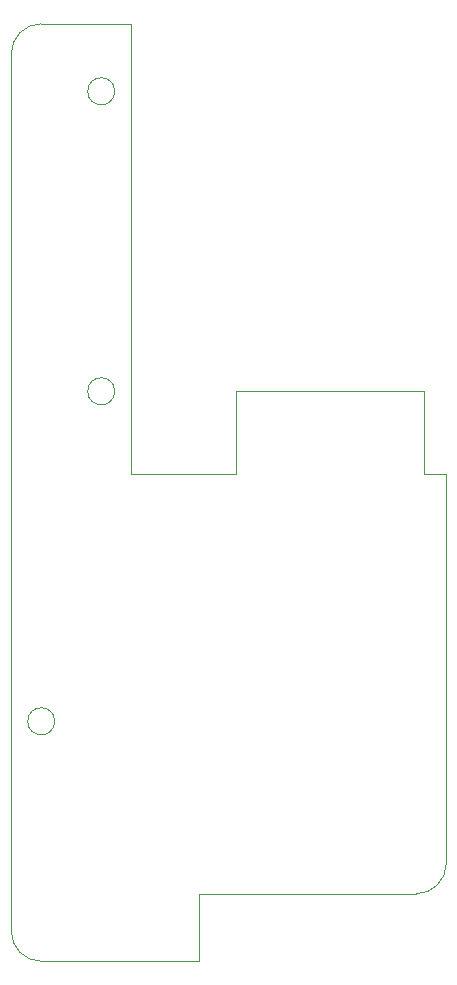
<source format=gbr>
G04 #@! TF.GenerationSoftware,KiCad,Pcbnew,(5.1.2)-2*
G04 #@! TF.CreationDate,2020-05-04T11:41:33-04:00*
G04 #@! TF.ProjectId,TeensyLC_DRV8871_MPRLS_Qwiic_v01,5465656e-7379-44c4-935f-445256383837,rev?*
G04 #@! TF.SameCoordinates,Original*
G04 #@! TF.FileFunction,Profile,NP*
%FSLAX46Y46*%
G04 Gerber Fmt 4.6, Leading zero omitted, Abs format (unit mm)*
G04 Created by KiCad (PCBNEW (5.1.2)-2) date 2020-05-04 11:41:33*
%MOMM*%
%LPD*%
G04 APERTURE LIST*
%ADD10C,0.050000*%
G04 APERTURE END LIST*
D10*
X41275000Y-67945000D02*
X59690000Y-67945000D01*
X41275000Y-73660000D02*
X41275000Y-67945000D01*
X60325000Y-32385000D02*
X60325000Y-25400000D01*
X62230000Y-32385000D02*
X60325000Y-32385000D01*
X34163000Y0D02*
G75*
G03X34163000Y0I-1143000J0D01*
G01*
X29083000Y-53340000D02*
G75*
G03X29083000Y-53340000I-1143000J0D01*
G01*
X34163000Y-25400000D02*
G75*
G03X34163000Y-25400000I-1143000J0D01*
G01*
X25400000Y3175000D02*
G75*
G02X27940000Y5715000I2540000J0D01*
G01*
X44450000Y-25400000D02*
X60325000Y-25400000D01*
X44450000Y-32385000D02*
X44450000Y-25400000D01*
X35560000Y-32385000D02*
X44450000Y-32385000D01*
X35560000Y5715000D02*
X35560000Y-32385000D01*
X27940000Y5715000D02*
X35560000Y5715000D01*
X25400000Y-25400000D02*
X25400000Y3175000D01*
X27940000Y-73660000D02*
G75*
G02X25400000Y-71120000I0J2540000D01*
G01*
X62230000Y-65405000D02*
G75*
G02X59690000Y-67945000I-2540000J0D01*
G01*
X62230000Y-32385000D02*
X62230000Y-65405000D01*
X27940000Y-73660000D02*
X41275000Y-73660000D01*
X25400000Y-25400000D02*
X25400000Y-71120000D01*
M02*

</source>
